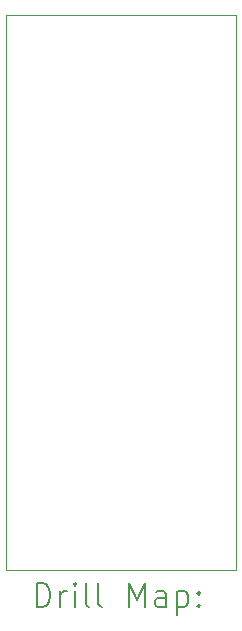
<source format=gbr>
%TF.GenerationSoftware,KiCad,Pcbnew,8.0.1*%
%TF.CreationDate,2024-04-11T09:01:27+02:00*%
%TF.ProjectId,ConditionneurV2,436f6e64-6974-4696-9f6e-6e6575725632,rev?*%
%TF.SameCoordinates,Original*%
%TF.FileFunction,Drillmap*%
%TF.FilePolarity,Positive*%
%FSLAX45Y45*%
G04 Gerber Fmt 4.5, Leading zero omitted, Abs format (unit mm)*
G04 Created by KiCad (PCBNEW 8.0.1) date 2024-04-11 09:01:27*
%MOMM*%
%LPD*%
G01*
G04 APERTURE LIST*
%ADD10C,0.050000*%
%ADD11C,0.200000*%
G04 APERTURE END LIST*
D10*
X11150000Y-4950000D02*
X13100000Y-4950000D01*
X13100000Y-9650000D01*
X11150000Y-9650000D01*
X11150000Y-4950000D01*
D11*
X11408277Y-9963984D02*
X11408277Y-9763984D01*
X11408277Y-9763984D02*
X11455896Y-9763984D01*
X11455896Y-9763984D02*
X11484467Y-9773508D01*
X11484467Y-9773508D02*
X11503515Y-9792555D01*
X11503515Y-9792555D02*
X11513039Y-9811603D01*
X11513039Y-9811603D02*
X11522562Y-9849698D01*
X11522562Y-9849698D02*
X11522562Y-9878270D01*
X11522562Y-9878270D02*
X11513039Y-9916365D01*
X11513039Y-9916365D02*
X11503515Y-9935412D01*
X11503515Y-9935412D02*
X11484467Y-9954460D01*
X11484467Y-9954460D02*
X11455896Y-9963984D01*
X11455896Y-9963984D02*
X11408277Y-9963984D01*
X11608277Y-9963984D02*
X11608277Y-9830650D01*
X11608277Y-9868746D02*
X11617801Y-9849698D01*
X11617801Y-9849698D02*
X11627324Y-9840174D01*
X11627324Y-9840174D02*
X11646372Y-9830650D01*
X11646372Y-9830650D02*
X11665420Y-9830650D01*
X11732086Y-9963984D02*
X11732086Y-9830650D01*
X11732086Y-9763984D02*
X11722562Y-9773508D01*
X11722562Y-9773508D02*
X11732086Y-9783031D01*
X11732086Y-9783031D02*
X11741610Y-9773508D01*
X11741610Y-9773508D02*
X11732086Y-9763984D01*
X11732086Y-9763984D02*
X11732086Y-9783031D01*
X11855896Y-9963984D02*
X11836848Y-9954460D01*
X11836848Y-9954460D02*
X11827324Y-9935412D01*
X11827324Y-9935412D02*
X11827324Y-9763984D01*
X11960658Y-9963984D02*
X11941610Y-9954460D01*
X11941610Y-9954460D02*
X11932086Y-9935412D01*
X11932086Y-9935412D02*
X11932086Y-9763984D01*
X12189229Y-9963984D02*
X12189229Y-9763984D01*
X12189229Y-9763984D02*
X12255896Y-9906841D01*
X12255896Y-9906841D02*
X12322562Y-9763984D01*
X12322562Y-9763984D02*
X12322562Y-9963984D01*
X12503515Y-9963984D02*
X12503515Y-9859222D01*
X12503515Y-9859222D02*
X12493991Y-9840174D01*
X12493991Y-9840174D02*
X12474943Y-9830650D01*
X12474943Y-9830650D02*
X12436848Y-9830650D01*
X12436848Y-9830650D02*
X12417801Y-9840174D01*
X12503515Y-9954460D02*
X12484467Y-9963984D01*
X12484467Y-9963984D02*
X12436848Y-9963984D01*
X12436848Y-9963984D02*
X12417801Y-9954460D01*
X12417801Y-9954460D02*
X12408277Y-9935412D01*
X12408277Y-9935412D02*
X12408277Y-9916365D01*
X12408277Y-9916365D02*
X12417801Y-9897317D01*
X12417801Y-9897317D02*
X12436848Y-9887793D01*
X12436848Y-9887793D02*
X12484467Y-9887793D01*
X12484467Y-9887793D02*
X12503515Y-9878270D01*
X12598753Y-9830650D02*
X12598753Y-10030650D01*
X12598753Y-9840174D02*
X12617801Y-9830650D01*
X12617801Y-9830650D02*
X12655896Y-9830650D01*
X12655896Y-9830650D02*
X12674943Y-9840174D01*
X12674943Y-9840174D02*
X12684467Y-9849698D01*
X12684467Y-9849698D02*
X12693991Y-9868746D01*
X12693991Y-9868746D02*
X12693991Y-9925889D01*
X12693991Y-9925889D02*
X12684467Y-9944936D01*
X12684467Y-9944936D02*
X12674943Y-9954460D01*
X12674943Y-9954460D02*
X12655896Y-9963984D01*
X12655896Y-9963984D02*
X12617801Y-9963984D01*
X12617801Y-9963984D02*
X12598753Y-9954460D01*
X12779705Y-9944936D02*
X12789229Y-9954460D01*
X12789229Y-9954460D02*
X12779705Y-9963984D01*
X12779705Y-9963984D02*
X12770182Y-9954460D01*
X12770182Y-9954460D02*
X12779705Y-9944936D01*
X12779705Y-9944936D02*
X12779705Y-9963984D01*
X12779705Y-9840174D02*
X12789229Y-9849698D01*
X12789229Y-9849698D02*
X12779705Y-9859222D01*
X12779705Y-9859222D02*
X12770182Y-9849698D01*
X12770182Y-9849698D02*
X12779705Y-9840174D01*
X12779705Y-9840174D02*
X12779705Y-9859222D01*
M02*

</source>
